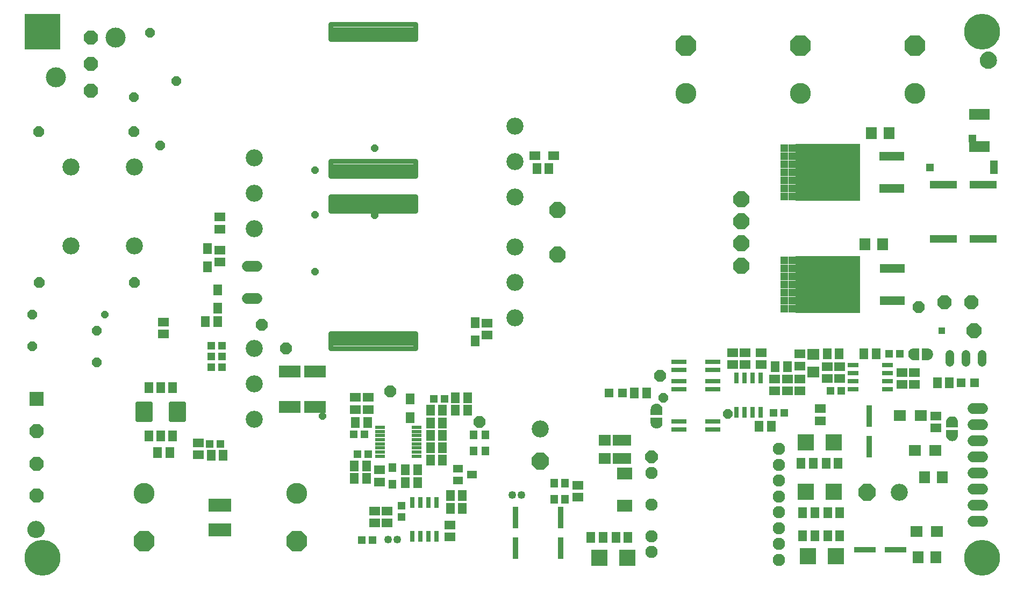
<source format=gts>
G75*
%MOIN*%
%OFA0B0*%
%FSLAX25Y25*%
%IPPOS*%
%LPD*%
%AMOC8*
5,1,8,0,0,1.08239X$1,22.5*
%
%ADD10C,0.10600*%
%ADD11OC8,0.06600*%
%ADD12OC8,0.08868*%
%ADD13C,0.12411*%
%ADD14OC8,0.06000*%
%ADD15R,0.08868X0.08868*%
%ADD16C,0.00500*%
%ADD17R,0.06200X0.02000*%
%ADD18R,0.05718X0.06506*%
%ADD19R,0.04931X0.04537*%
%ADD20R,0.06506X0.05718*%
%ADD21R,0.05324X0.06506*%
%ADD22C,0.06600*%
%ADD23R,0.06506X0.05324*%
%ADD24R,0.13198X0.07687*%
%ADD25C,0.03103*%
%ADD26R,0.15167X0.05718*%
%ADD27R,0.40364X0.35639*%
%ADD28R,0.06899X0.07687*%
%ADD29R,0.09261X0.02962*%
%ADD30C,0.12962*%
%ADD31OC8,0.12962*%
%ADD32OC8,0.09200*%
%ADD33R,0.04143X0.04143*%
%ADD34OC8,0.07096*%
%ADD35R,0.07490X0.06506*%
%ADD36R,0.10049X0.10049*%
%ADD37R,0.03600X0.13400*%
%ADD38R,0.13400X0.03600*%
%ADD39R,0.05324X0.05324*%
%ADD40R,0.09261X0.07687*%
%ADD41R,0.11230X0.06899*%
%ADD42OC8,0.10600*%
%ADD43R,0.04537X0.05324*%
%ADD44C,0.07687*%
%ADD45OC8,0.07687*%
%ADD46R,0.07698X0.06899*%
%ADD47R,0.06702X0.02962*%
%ADD48R,0.02962X0.06702*%
%ADD49R,0.07687X0.06899*%
%ADD50R,0.12600X0.06600*%
%ADD51R,0.16600X0.04900*%
%ADD52OC8,0.09899*%
%ADD53R,0.05600X0.06600*%
%ADD54C,0.02650*%
%ADD55C,0.00100*%
%ADD56R,0.13986X0.08080*%
%ADD57C,0.04931*%
%ADD58R,0.04537X0.04931*%
%ADD59R,0.06112X0.04537*%
%ADD60C,0.05400*%
%ADD61OC8,0.04562*%
%ADD62R,0.22254X0.22254*%
%ADD63R,0.04562X0.04562*%
%ADD64C,0.22254*%
D10*
X0175085Y0112890D03*
X0175085Y0134890D03*
X0175085Y0156890D03*
X0100563Y0220378D03*
X0061193Y0220378D03*
X0061193Y0269591D03*
X0100563Y0269591D03*
X0175085Y0275000D03*
X0175085Y0253000D03*
X0175085Y0231000D03*
X0336503Y0219882D03*
X0336503Y0197882D03*
X0336503Y0175882D03*
X0352227Y0106843D03*
X0574977Y0067343D03*
X0336503Y0250685D03*
X0336503Y0272685D03*
X0336503Y0294685D03*
D11*
X0100328Y0291585D03*
X0041328Y0291585D03*
X0041578Y0197635D03*
X0100578Y0197635D03*
D12*
X0039963Y0105520D03*
X0039963Y0085020D03*
X0039963Y0065520D03*
X0073683Y0316752D03*
X0073683Y0333287D03*
X0073683Y0349823D03*
X0602959Y0185593D03*
X0619495Y0185593D03*
D13*
X0088841Y0349823D03*
X0051833Y0325020D03*
D14*
X0100278Y0312835D03*
X0126426Y0322850D03*
X0110278Y0352835D03*
X0116426Y0282850D03*
X0037227Y0177843D03*
X0037227Y0158093D03*
X0077227Y0167843D03*
X0077227Y0148093D03*
X0428727Y0126093D03*
X0468727Y0116093D03*
D15*
X0039963Y0125520D03*
D16*
X0039570Y0049339D02*
X0038701Y0049263D01*
X0037859Y0049037D01*
X0037070Y0048669D01*
X0036356Y0048169D01*
X0035739Y0047553D01*
X0035239Y0046839D01*
X0034871Y0046049D01*
X0034646Y0045207D01*
X0034570Y0044339D01*
X0034646Y0043470D01*
X0034871Y0042628D01*
X0035239Y0041839D01*
X0035739Y0041125D01*
X0036356Y0040508D01*
X0037070Y0040008D01*
X0037859Y0039640D01*
X0038701Y0039415D01*
X0039570Y0039339D01*
X0040438Y0039415D01*
X0041280Y0039640D01*
X0042070Y0040008D01*
X0042783Y0040508D01*
X0043400Y0041125D01*
X0043900Y0041839D01*
X0044268Y0042628D01*
X0044494Y0043470D01*
X0044570Y0044339D01*
X0044494Y0045207D01*
X0044268Y0046049D01*
X0043900Y0046839D01*
X0043400Y0047553D01*
X0042783Y0048169D01*
X0042070Y0048669D01*
X0041280Y0049037D01*
X0040438Y0049263D01*
X0039570Y0049339D01*
X0040545Y0049234D02*
X0038594Y0049234D01*
X0037212Y0048735D02*
X0041927Y0048735D01*
X0042686Y0048237D02*
X0036453Y0048237D01*
X0035925Y0047738D02*
X0043214Y0047738D01*
X0043619Y0047240D02*
X0035520Y0047240D01*
X0035194Y0046741D02*
X0043945Y0046741D01*
X0044177Y0046243D02*
X0034962Y0046243D01*
X0034790Y0045744D02*
X0044350Y0045744D01*
X0044483Y0045246D02*
X0034656Y0045246D01*
X0034605Y0044747D02*
X0044534Y0044747D01*
X0044562Y0044249D02*
X0034577Y0044249D01*
X0034621Y0043750D02*
X0044518Y0043750D01*
X0044435Y0043252D02*
X0034704Y0043252D01*
X0034838Y0042753D02*
X0044301Y0042753D01*
X0044094Y0042255D02*
X0035045Y0042255D01*
X0035297Y0041756D02*
X0043842Y0041756D01*
X0043493Y0041258D02*
X0035646Y0041258D01*
X0036105Y0040759D02*
X0043034Y0040759D01*
X0042430Y0040261D02*
X0036709Y0040261D01*
X0037598Y0039762D02*
X0041541Y0039762D01*
X0625791Y0333177D02*
X0625422Y0333967D01*
X0625197Y0334809D01*
X0625121Y0335677D01*
X0625197Y0336545D01*
X0625422Y0337387D01*
X0625791Y0338177D01*
X0626291Y0338891D01*
X0626907Y0339507D01*
X0627621Y0340007D01*
X0628411Y0340376D01*
X0629252Y0340601D01*
X0630121Y0340677D01*
X0630989Y0340601D01*
X0631831Y0340376D01*
X0632621Y0340007D01*
X0633335Y0339507D01*
X0633951Y0338891D01*
X0634451Y0338177D01*
X0634819Y0337387D01*
X0635045Y0336545D01*
X0635121Y0335677D01*
X0635045Y0334809D01*
X0634819Y0333967D01*
X0634451Y0333177D01*
X0633951Y0332463D01*
X0633335Y0331847D01*
X0632621Y0331347D01*
X0631831Y0330979D01*
X0630989Y0330753D01*
X0630121Y0330677D01*
X0629252Y0330753D01*
X0628411Y0330979D01*
X0627621Y0331347D01*
X0626907Y0331847D01*
X0626291Y0332463D01*
X0625791Y0333177D01*
X0625694Y0333385D02*
X0634548Y0333385D01*
X0634780Y0333884D02*
X0625461Y0333884D01*
X0625311Y0334382D02*
X0634930Y0334382D01*
X0635051Y0334881D02*
X0625190Y0334881D01*
X0625147Y0335379D02*
X0635095Y0335379D01*
X0635103Y0335878D02*
X0625138Y0335878D01*
X0625182Y0336376D02*
X0635060Y0336376D01*
X0634956Y0336875D02*
X0625285Y0336875D01*
X0625419Y0337373D02*
X0634823Y0337373D01*
X0634593Y0337872D02*
X0625648Y0337872D01*
X0625926Y0338370D02*
X0634316Y0338370D01*
X0633966Y0338869D02*
X0626275Y0338869D01*
X0626767Y0339367D02*
X0633475Y0339367D01*
X0632823Y0339866D02*
X0627419Y0339866D01*
X0628387Y0340364D02*
X0631855Y0340364D01*
X0634248Y0332887D02*
X0625994Y0332887D01*
X0626365Y0332388D02*
X0633876Y0332388D01*
X0633377Y0331890D02*
X0626864Y0331890D01*
X0627558Y0331391D02*
X0632684Y0331391D01*
X0631510Y0330893D02*
X0628731Y0330893D01*
D17*
X0275427Y0107799D03*
X0275427Y0105240D03*
X0275427Y0102681D03*
X0275427Y0100122D03*
X0275427Y0097563D03*
X0275427Y0095004D03*
X0275427Y0092445D03*
X0275427Y0089886D03*
X0253027Y0089886D03*
X0253027Y0092445D03*
X0253027Y0095004D03*
X0253027Y0097563D03*
X0253027Y0100122D03*
X0253027Y0102681D03*
X0253027Y0105240D03*
X0253027Y0107799D03*
D18*
X0245217Y0110843D03*
X0237737Y0110843D03*
X0236987Y0083843D03*
X0244467Y0083843D03*
X0244467Y0076093D03*
X0236987Y0076093D03*
X0268737Y0073593D03*
X0276217Y0073593D03*
X0276217Y0081343D03*
X0268737Y0081343D03*
X0284237Y0087343D03*
X0291717Y0087343D03*
X0291717Y0095093D03*
X0284237Y0095093D03*
X0284237Y0102843D03*
X0291717Y0102843D03*
X0291717Y0110593D03*
X0284237Y0110593D03*
X0284237Y0118343D03*
X0291717Y0118343D03*
X0299737Y0118343D03*
X0307217Y0118343D03*
X0307217Y0126093D03*
X0299737Y0126093D03*
X0296487Y0065343D03*
X0303967Y0065343D03*
X0303967Y0057593D03*
X0296487Y0057593D03*
X0383737Y0039343D03*
X0391217Y0039343D03*
X0399237Y0039343D03*
X0406717Y0039343D03*
X0514987Y0040343D03*
X0522467Y0040343D03*
X0530487Y0040343D03*
X0537967Y0040343D03*
X0537967Y0054843D03*
X0530487Y0054843D03*
X0522467Y0054843D03*
X0514987Y0054843D03*
X0513987Y0085593D03*
X0521467Y0085593D03*
X0529487Y0085593D03*
X0536967Y0085593D03*
X0495467Y0108593D03*
X0487987Y0108593D03*
X0497987Y0145593D03*
X0505467Y0145593D03*
X0530237Y0153593D03*
X0537717Y0153593D03*
X0552987Y0153593D03*
X0560467Y0153593D03*
X0598487Y0135593D03*
X0605967Y0135593D03*
X0418217Y0129093D03*
X0410737Y0129093D03*
X0357717Y0268593D03*
X0350237Y0268593D03*
X0152217Y0173593D03*
X0144737Y0173593D03*
X0122467Y0092193D03*
X0114987Y0092193D03*
X0148237Y0090343D03*
X0155717Y0090343D03*
D19*
X0153823Y0097593D03*
X0147131Y0097593D03*
X0148131Y0145093D03*
X0154823Y0145093D03*
X0154823Y0151843D03*
X0148131Y0151843D03*
X0148131Y0158593D03*
X0154823Y0158593D03*
X0236631Y0103593D03*
X0243323Y0103593D03*
X0245573Y0091093D03*
X0238881Y0091093D03*
X0286131Y0125593D03*
X0292823Y0125593D03*
X0248323Y0037843D03*
X0241631Y0037843D03*
X0496881Y0116843D03*
X0503573Y0116843D03*
X0532131Y0130593D03*
X0538823Y0130593D03*
X0568631Y0153593D03*
X0575323Y0153593D03*
D20*
X0576477Y0141833D03*
X0584227Y0141833D03*
X0584227Y0134352D03*
X0576477Y0134352D03*
X0597477Y0114833D03*
X0597477Y0107352D03*
X0537977Y0138102D03*
X0530227Y0138102D03*
X0530227Y0145583D03*
X0537977Y0145583D03*
X0513227Y0145852D03*
X0513227Y0153333D03*
X0489227Y0154083D03*
X0489227Y0146602D03*
X0479227Y0146602D03*
X0471477Y0146602D03*
X0471477Y0154083D03*
X0479227Y0154083D03*
X0497727Y0137833D03*
X0505477Y0137833D03*
X0513227Y0137833D03*
X0513227Y0130352D03*
X0505477Y0130352D03*
X0497727Y0130352D03*
X0525977Y0119333D03*
X0525977Y0111852D03*
X0375727Y0071833D03*
X0375727Y0064352D03*
X0296227Y0047083D03*
X0296227Y0039602D03*
X0257227Y0048352D03*
X0257227Y0055833D03*
X0249477Y0055833D03*
X0249477Y0048352D03*
X0252477Y0073852D03*
X0252477Y0081333D03*
X0245477Y0118852D03*
X0237727Y0118852D03*
X0237727Y0126333D03*
X0245477Y0126333D03*
X0319227Y0165102D03*
X0319227Y0172583D03*
X0153477Y0210352D03*
X0153477Y0217833D03*
X0153477Y0230852D03*
X0153477Y0238333D03*
X0118727Y0173083D03*
X0118727Y0165602D03*
X0140227Y0098083D03*
X0140227Y0090602D03*
D21*
X0271477Y0113884D03*
X0271477Y0125301D03*
X0311977Y0161384D03*
X0311977Y0172801D03*
X0152227Y0181634D03*
X0152227Y0193051D03*
X0145977Y0207384D03*
X0145977Y0218801D03*
D22*
X0170585Y0207882D02*
X0176585Y0207882D01*
X0176585Y0187882D02*
X0170585Y0187882D01*
X0620727Y0119593D02*
X0626727Y0119593D01*
X0626727Y0109593D02*
X0620727Y0109593D01*
X0620727Y0099593D02*
X0626727Y0099593D01*
X0626727Y0089593D02*
X0620727Y0089593D01*
X0620727Y0079593D02*
X0626727Y0079593D01*
X0626727Y0069593D02*
X0620727Y0069593D01*
X0620727Y0059593D02*
X0626727Y0059593D01*
X0626727Y0049593D02*
X0620727Y0049593D01*
D23*
X0360436Y0276343D03*
X0349018Y0276343D03*
D24*
X0212727Y0142366D03*
X0196977Y0142366D03*
X0196977Y0120319D03*
X0212727Y0120319D03*
D25*
X0222419Y0156919D02*
X0275035Y0156919D01*
X0222419Y0156919D02*
X0222419Y0166227D01*
X0275035Y0166227D01*
X0275035Y0156919D01*
X0275035Y0160021D02*
X0222419Y0160021D01*
X0222419Y0163123D02*
X0275035Y0163123D01*
X0275035Y0166225D02*
X0222419Y0166225D01*
X0222419Y0241958D02*
X0275035Y0241958D01*
X0222419Y0241958D02*
X0222419Y0251266D01*
X0275035Y0251266D01*
X0275035Y0241958D01*
X0275035Y0245060D02*
X0222419Y0245060D01*
X0222419Y0248162D02*
X0275035Y0248162D01*
X0275035Y0251264D02*
X0222419Y0251264D01*
X0222419Y0272977D02*
X0275035Y0272977D01*
X0275035Y0263669D01*
X0222419Y0263669D01*
X0222419Y0272977D01*
X0222419Y0266771D02*
X0275035Y0266771D01*
X0275035Y0269873D02*
X0222419Y0269873D01*
X0222419Y0272975D02*
X0275035Y0272975D01*
X0275035Y0358016D02*
X0222419Y0358016D01*
X0275035Y0358016D02*
X0275035Y0348708D01*
X0222419Y0348708D01*
X0222419Y0358016D01*
X0222419Y0351810D02*
X0275035Y0351810D01*
X0275035Y0354912D02*
X0222419Y0354912D01*
X0222419Y0358014D02*
X0275035Y0358014D01*
D26*
X0570211Y0276093D03*
X0570211Y0256093D03*
X0570461Y0206343D03*
X0570461Y0186343D03*
D27*
X0530698Y0196343D03*
X0530448Y0266093D03*
D28*
X0557465Y0290343D03*
X0568489Y0290343D03*
X0564739Y0221593D03*
X0553715Y0221593D03*
X0590715Y0076843D03*
X0601739Y0076843D03*
X0597739Y0027093D03*
X0586715Y0027093D03*
D29*
X0459357Y0106343D03*
X0459357Y0111343D03*
X0438097Y0111343D03*
X0438097Y0106343D03*
X0438097Y0131343D03*
X0438097Y0136343D03*
X0438097Y0143593D03*
X0438097Y0148593D03*
X0459357Y0148593D03*
X0459357Y0143593D03*
X0459357Y0136343D03*
X0459357Y0131343D03*
D30*
X0201227Y0066606D03*
X0106727Y0066606D03*
X0442477Y0315079D03*
X0513477Y0315079D03*
X0584477Y0315079D03*
D31*
X0584477Y0344606D03*
X0513477Y0344606D03*
X0442477Y0344606D03*
X0201227Y0037079D03*
X0106727Y0037079D03*
D32*
X0621227Y0167843D03*
D33*
X0601227Y0167843D03*
D34*
X0586977Y0182343D03*
X0426727Y0139843D03*
X0314727Y0111093D03*
X0259227Y0130093D03*
X0194727Y0156843D03*
X0179469Y0171291D03*
D35*
X0575325Y0115093D03*
X0588125Y0115093D03*
X0584575Y0093343D03*
X0597375Y0093343D03*
X0598375Y0043093D03*
X0585575Y0043093D03*
D36*
X0535638Y0027843D03*
X0518316Y0027843D03*
X0517066Y0067843D03*
X0534388Y0067843D03*
X0534388Y0098343D03*
X0517066Y0098343D03*
X0406388Y0026843D03*
X0389066Y0026843D03*
D37*
X0364977Y0032843D03*
X0336977Y0032843D03*
X0336977Y0051843D03*
X0364977Y0051843D03*
X0556227Y0095843D03*
X0556227Y0114843D03*
D38*
X0553477Y0031843D03*
X0572477Y0031843D03*
D39*
X0613343Y0135593D03*
X0621611Y0135593D03*
X0403111Y0129093D03*
X0394843Y0129093D03*
D40*
X0404477Y0079132D03*
X0404477Y0059053D03*
D41*
X0402977Y0088581D03*
X0402977Y0099604D03*
D42*
X0352227Y0086843D03*
X0554977Y0067343D03*
D43*
X0367727Y0062974D03*
X0360977Y0062974D03*
X0360977Y0073211D03*
X0367727Y0073211D03*
X0318227Y0092974D03*
X0310977Y0092974D03*
X0310977Y0103211D03*
X0318227Y0103211D03*
X0260477Y0082711D03*
X0260477Y0072474D03*
D44*
X0421357Y0079578D03*
X0421357Y0059893D03*
X0421357Y0040207D03*
X0421357Y0030365D03*
X0500097Y0035286D03*
X0500097Y0025444D03*
X0500097Y0045129D03*
X0500097Y0054971D03*
X0500097Y0064814D03*
X0500097Y0074656D03*
X0500097Y0084499D03*
X0500097Y0094341D03*
D45*
X0421357Y0089420D03*
D46*
X0392227Y0088494D03*
X0392227Y0099691D03*
D47*
X0546347Y0131323D03*
X0546347Y0136323D03*
X0546347Y0141323D03*
X0546347Y0146323D03*
X0567607Y0146323D03*
X0567607Y0141323D03*
X0567607Y0136323D03*
X0567607Y0131323D03*
D48*
X0488957Y0138472D03*
X0483957Y0138472D03*
X0478957Y0138472D03*
X0473957Y0138472D03*
X0473957Y0117213D03*
X0478957Y0117213D03*
X0483957Y0117213D03*
X0488957Y0117213D03*
X0287997Y0061222D03*
X0282997Y0061222D03*
X0277997Y0061222D03*
X0272997Y0061222D03*
X0272997Y0039963D03*
X0277997Y0039963D03*
X0282997Y0039963D03*
X0287997Y0039963D03*
D49*
X0521727Y0142081D03*
X0521727Y0153104D03*
D50*
X0624727Y0282193D03*
X0624727Y0301993D03*
D51*
X0626777Y0258343D03*
X0602177Y0258343D03*
X0602177Y0224843D03*
X0626777Y0224843D03*
D52*
X0477014Y0222016D03*
X0477014Y0208236D03*
X0477014Y0235795D03*
X0477014Y0249575D03*
X0362841Y0242685D03*
X0362841Y0215126D03*
D53*
X0124277Y0132343D03*
X0116977Y0132343D03*
X0109677Y0132343D03*
X0109677Y0102343D03*
X0116977Y0102343D03*
X0124277Y0102343D03*
D54*
X0123302Y0112368D02*
X0131252Y0112368D01*
X0123302Y0112368D02*
X0123302Y0122318D01*
X0131252Y0122318D01*
X0131252Y0112368D01*
X0131252Y0115017D02*
X0123302Y0115017D01*
X0123302Y0117666D02*
X0131252Y0117666D01*
X0131252Y0120315D02*
X0123302Y0120315D01*
X0110652Y0112368D02*
X0102702Y0112368D01*
X0102702Y0122318D01*
X0110652Y0122318D01*
X0110652Y0112368D01*
X0110652Y0115017D02*
X0102702Y0115017D01*
X0102702Y0117666D02*
X0110652Y0117666D01*
X0110652Y0120315D02*
X0102702Y0120315D01*
D55*
X0420727Y0118841D02*
X0427727Y0118841D01*
X0427727Y0118843D02*
X0427660Y0119525D01*
X0427461Y0120182D01*
X0427137Y0120787D01*
X0426702Y0121317D01*
X0426172Y0121753D01*
X0425566Y0122076D01*
X0424910Y0122275D01*
X0424227Y0122343D01*
X0423544Y0122275D01*
X0422888Y0122076D01*
X0422283Y0121753D01*
X0421752Y0121317D01*
X0421317Y0120787D01*
X0420993Y0120182D01*
X0420794Y0119525D01*
X0420727Y0118843D01*
X0420727Y0115843D01*
X0427727Y0115843D01*
X0427727Y0118843D01*
X0427718Y0118939D02*
X0420737Y0118939D01*
X0420746Y0119038D02*
X0427708Y0119038D01*
X0427698Y0119136D02*
X0420756Y0119136D01*
X0420766Y0119235D02*
X0427688Y0119235D01*
X0427679Y0119333D02*
X0420775Y0119333D01*
X0420785Y0119432D02*
X0427669Y0119432D01*
X0427658Y0119530D02*
X0420796Y0119530D01*
X0420826Y0119629D02*
X0427628Y0119629D01*
X0427599Y0119727D02*
X0420856Y0119727D01*
X0420885Y0119826D02*
X0427569Y0119826D01*
X0427539Y0119924D02*
X0420915Y0119924D01*
X0420945Y0120023D02*
X0427509Y0120023D01*
X0427479Y0120121D02*
X0420975Y0120121D01*
X0421014Y0120220D02*
X0427440Y0120220D01*
X0427388Y0120318D02*
X0421066Y0120318D01*
X0421119Y0120417D02*
X0427335Y0120417D01*
X0427282Y0120515D02*
X0421172Y0120515D01*
X0421224Y0120614D02*
X0427230Y0120614D01*
X0427177Y0120712D02*
X0421277Y0120712D01*
X0421337Y0120811D02*
X0427118Y0120811D01*
X0427037Y0120909D02*
X0421417Y0120909D01*
X0421498Y0121008D02*
X0426956Y0121008D01*
X0426875Y0121106D02*
X0421579Y0121106D01*
X0421660Y0121205D02*
X0426794Y0121205D01*
X0426713Y0121303D02*
X0421741Y0121303D01*
X0421855Y0121402D02*
X0426599Y0121402D01*
X0426479Y0121501D02*
X0421975Y0121501D01*
X0422095Y0121599D02*
X0426359Y0121599D01*
X0426239Y0121698D02*
X0422215Y0121698D01*
X0422364Y0121796D02*
X0426090Y0121796D01*
X0425906Y0121895D02*
X0422548Y0121895D01*
X0422732Y0121993D02*
X0425722Y0121993D01*
X0425515Y0122092D02*
X0422939Y0122092D01*
X0423263Y0122190D02*
X0425191Y0122190D01*
X0424775Y0122289D02*
X0423680Y0122289D01*
X0420727Y0118742D02*
X0427727Y0118742D01*
X0427727Y0118644D02*
X0420727Y0118644D01*
X0420727Y0118545D02*
X0427727Y0118545D01*
X0427727Y0118447D02*
X0420727Y0118447D01*
X0420727Y0118348D02*
X0427727Y0118348D01*
X0427727Y0118250D02*
X0420727Y0118250D01*
X0420727Y0118151D02*
X0427727Y0118151D01*
X0427727Y0118053D02*
X0420727Y0118053D01*
X0420727Y0117954D02*
X0427727Y0117954D01*
X0427727Y0117856D02*
X0420727Y0117856D01*
X0420727Y0117757D02*
X0427727Y0117757D01*
X0427727Y0117659D02*
X0420727Y0117659D01*
X0420727Y0117560D02*
X0427727Y0117560D01*
X0427727Y0117462D02*
X0420727Y0117462D01*
X0420727Y0117363D02*
X0427727Y0117363D01*
X0427727Y0117265D02*
X0420727Y0117265D01*
X0420727Y0117166D02*
X0427727Y0117166D01*
X0427727Y0117067D02*
X0420727Y0117067D01*
X0420727Y0116969D02*
X0427727Y0116969D01*
X0427727Y0116870D02*
X0420727Y0116870D01*
X0420727Y0116772D02*
X0427727Y0116772D01*
X0427727Y0116673D02*
X0420727Y0116673D01*
X0420727Y0116575D02*
X0427727Y0116575D01*
X0427727Y0116476D02*
X0420727Y0116476D01*
X0420727Y0116378D02*
X0427727Y0116378D01*
X0427727Y0116279D02*
X0420727Y0116279D01*
X0420727Y0116181D02*
X0427727Y0116181D01*
X0427727Y0116082D02*
X0420727Y0116082D01*
X0420727Y0115984D02*
X0427727Y0115984D01*
X0427727Y0115885D02*
X0420727Y0115885D01*
X0420727Y0113843D02*
X0427727Y0113843D01*
X0427727Y0110843D01*
X0427660Y0110160D01*
X0427461Y0109503D01*
X0427137Y0108898D01*
X0426702Y0108368D01*
X0426172Y0107932D01*
X0425566Y0107609D01*
X0424910Y0107410D01*
X0424227Y0107343D01*
X0423544Y0107410D01*
X0422888Y0107609D01*
X0422283Y0107932D01*
X0421752Y0108368D01*
X0421317Y0108898D01*
X0420993Y0109503D01*
X0420794Y0110160D01*
X0420727Y0110843D01*
X0420727Y0113843D01*
X0420727Y0113817D02*
X0427727Y0113817D01*
X0427727Y0113718D02*
X0420727Y0113718D01*
X0420727Y0113620D02*
X0427727Y0113620D01*
X0427727Y0113521D02*
X0420727Y0113521D01*
X0420727Y0113423D02*
X0427727Y0113423D01*
X0427727Y0113324D02*
X0420727Y0113324D01*
X0420727Y0113226D02*
X0427727Y0113226D01*
X0427727Y0113127D02*
X0420727Y0113127D01*
X0420727Y0113029D02*
X0427727Y0113029D01*
X0427727Y0112930D02*
X0420727Y0112930D01*
X0420727Y0112832D02*
X0427727Y0112832D01*
X0427727Y0112733D02*
X0420727Y0112733D01*
X0420727Y0112634D02*
X0427727Y0112634D01*
X0427727Y0112536D02*
X0420727Y0112536D01*
X0420727Y0112437D02*
X0427727Y0112437D01*
X0427727Y0112339D02*
X0420727Y0112339D01*
X0420727Y0112240D02*
X0427727Y0112240D01*
X0427727Y0112142D02*
X0420727Y0112142D01*
X0420727Y0112043D02*
X0427727Y0112043D01*
X0427727Y0111945D02*
X0420727Y0111945D01*
X0420727Y0111846D02*
X0427727Y0111846D01*
X0427727Y0111748D02*
X0420727Y0111748D01*
X0420727Y0111649D02*
X0427727Y0111649D01*
X0427727Y0111551D02*
X0420727Y0111551D01*
X0420727Y0111452D02*
X0427727Y0111452D01*
X0427727Y0111354D02*
X0420727Y0111354D01*
X0420727Y0111255D02*
X0427727Y0111255D01*
X0427727Y0111157D02*
X0420727Y0111157D01*
X0420727Y0111058D02*
X0427727Y0111058D01*
X0427727Y0110960D02*
X0420727Y0110960D01*
X0420727Y0110861D02*
X0427727Y0110861D01*
X0427719Y0110763D02*
X0420735Y0110763D01*
X0420745Y0110664D02*
X0427709Y0110664D01*
X0427700Y0110566D02*
X0420754Y0110566D01*
X0420764Y0110467D02*
X0427690Y0110467D01*
X0427680Y0110369D02*
X0420774Y0110369D01*
X0420783Y0110270D02*
X0427671Y0110270D01*
X0427661Y0110172D02*
X0420793Y0110172D01*
X0420821Y0110073D02*
X0427634Y0110073D01*
X0427604Y0109975D02*
X0420850Y0109975D01*
X0420880Y0109876D02*
X0427574Y0109876D01*
X0427544Y0109778D02*
X0420910Y0109778D01*
X0420940Y0109679D02*
X0427514Y0109679D01*
X0427484Y0109581D02*
X0420970Y0109581D01*
X0421005Y0109482D02*
X0427449Y0109482D01*
X0427397Y0109384D02*
X0421057Y0109384D01*
X0421110Y0109285D02*
X0427344Y0109285D01*
X0427291Y0109187D02*
X0421163Y0109187D01*
X0421215Y0109088D02*
X0427239Y0109088D01*
X0427186Y0108990D02*
X0421268Y0108990D01*
X0421323Y0108891D02*
X0427131Y0108891D01*
X0427051Y0108793D02*
X0421403Y0108793D01*
X0421484Y0108694D02*
X0426970Y0108694D01*
X0426889Y0108596D02*
X0421565Y0108596D01*
X0421646Y0108497D02*
X0426808Y0108497D01*
X0426727Y0108398D02*
X0421727Y0108398D01*
X0421835Y0108300D02*
X0426619Y0108300D01*
X0426499Y0108201D02*
X0421955Y0108201D01*
X0422075Y0108103D02*
X0426379Y0108103D01*
X0426259Y0108004D02*
X0422195Y0108004D01*
X0422332Y0107906D02*
X0426122Y0107906D01*
X0425938Y0107807D02*
X0422516Y0107807D01*
X0422701Y0107709D02*
X0425753Y0107709D01*
X0425569Y0107610D02*
X0422885Y0107610D01*
X0423208Y0107512D02*
X0425247Y0107512D01*
X0424922Y0107413D02*
X0423532Y0107413D01*
X0580544Y0152660D02*
X0580743Y0152003D01*
X0581067Y0151398D01*
X0581502Y0150868D01*
X0582033Y0150432D01*
X0582638Y0150109D01*
X0583294Y0149910D01*
X0583977Y0149843D01*
X0586977Y0149843D01*
X0586977Y0156843D01*
X0583977Y0156843D01*
X0583294Y0156775D01*
X0582638Y0156576D01*
X0582033Y0156253D01*
X0581502Y0155817D01*
X0581067Y0155287D01*
X0580743Y0154682D01*
X0580544Y0154025D01*
X0580477Y0153343D01*
X0580544Y0152660D01*
X0580553Y0152630D02*
X0586977Y0152630D01*
X0586977Y0152532D02*
X0580583Y0152532D01*
X0580613Y0152433D02*
X0586977Y0152433D01*
X0586977Y0152335D02*
X0580643Y0152335D01*
X0580673Y0152236D02*
X0586977Y0152236D01*
X0586977Y0152138D02*
X0580703Y0152138D01*
X0580733Y0152039D02*
X0586977Y0152039D01*
X0586977Y0151941D02*
X0580777Y0151941D01*
X0580830Y0151842D02*
X0586977Y0151842D01*
X0586977Y0151743D02*
X0580882Y0151743D01*
X0580935Y0151645D02*
X0586977Y0151645D01*
X0586977Y0151546D02*
X0580988Y0151546D01*
X0581040Y0151448D02*
X0586977Y0151448D01*
X0586977Y0151349D02*
X0581107Y0151349D01*
X0581188Y0151251D02*
X0586977Y0151251D01*
X0586977Y0151152D02*
X0581268Y0151152D01*
X0581349Y0151054D02*
X0586977Y0151054D01*
X0586977Y0150955D02*
X0581430Y0150955D01*
X0581515Y0150857D02*
X0586977Y0150857D01*
X0586977Y0150758D02*
X0581635Y0150758D01*
X0581755Y0150660D02*
X0586977Y0150660D01*
X0586977Y0150561D02*
X0581875Y0150561D01*
X0581995Y0150463D02*
X0586977Y0150463D01*
X0586977Y0150364D02*
X0582160Y0150364D01*
X0582344Y0150266D02*
X0586977Y0150266D01*
X0586977Y0150167D02*
X0582528Y0150167D01*
X0582770Y0150069D02*
X0586977Y0150069D01*
X0586977Y0149970D02*
X0583095Y0149970D01*
X0583680Y0149872D02*
X0586977Y0149872D01*
X0588977Y0149872D02*
X0592274Y0149872D01*
X0591977Y0149843D02*
X0592660Y0149910D01*
X0593316Y0150109D01*
X0593922Y0150432D01*
X0594452Y0150868D01*
X0594887Y0151398D01*
X0595211Y0152003D01*
X0595410Y0152660D01*
X0595477Y0153343D01*
X0595410Y0154025D01*
X0595211Y0154682D01*
X0594887Y0155287D01*
X0594452Y0155817D01*
X0593922Y0156253D01*
X0593316Y0156576D01*
X0592660Y0156775D01*
X0591977Y0156843D01*
X0588977Y0156843D01*
X0588977Y0149843D01*
X0591977Y0149843D01*
X0592859Y0149970D02*
X0588977Y0149970D01*
X0588977Y0150069D02*
X0593184Y0150069D01*
X0593426Y0150167D02*
X0588977Y0150167D01*
X0588977Y0150266D02*
X0593610Y0150266D01*
X0593794Y0150364D02*
X0588977Y0150364D01*
X0588977Y0150463D02*
X0593959Y0150463D01*
X0594079Y0150561D02*
X0588977Y0150561D01*
X0588977Y0150660D02*
X0594199Y0150660D01*
X0594319Y0150758D02*
X0588977Y0150758D01*
X0588977Y0150857D02*
X0594439Y0150857D01*
X0594524Y0150955D02*
X0588977Y0150955D01*
X0588977Y0151054D02*
X0594605Y0151054D01*
X0594686Y0151152D02*
X0588977Y0151152D01*
X0588977Y0151251D02*
X0594766Y0151251D01*
X0594847Y0151349D02*
X0588977Y0151349D01*
X0588977Y0151448D02*
X0594914Y0151448D01*
X0594966Y0151546D02*
X0588977Y0151546D01*
X0588977Y0151645D02*
X0595019Y0151645D01*
X0595072Y0151743D02*
X0588977Y0151743D01*
X0588977Y0151842D02*
X0595124Y0151842D01*
X0595177Y0151941D02*
X0588977Y0151941D01*
X0588977Y0152039D02*
X0595221Y0152039D01*
X0595251Y0152138D02*
X0588977Y0152138D01*
X0588977Y0152236D02*
X0595281Y0152236D01*
X0595311Y0152335D02*
X0588977Y0152335D01*
X0588977Y0152433D02*
X0595341Y0152433D01*
X0595371Y0152532D02*
X0588977Y0152532D01*
X0588977Y0152630D02*
X0595401Y0152630D01*
X0595417Y0152729D02*
X0588977Y0152729D01*
X0588977Y0152827D02*
X0595426Y0152827D01*
X0595436Y0152926D02*
X0588977Y0152926D01*
X0588977Y0153024D02*
X0595446Y0153024D01*
X0595455Y0153123D02*
X0588977Y0153123D01*
X0588977Y0153221D02*
X0595465Y0153221D01*
X0595475Y0153320D02*
X0588977Y0153320D01*
X0588977Y0153418D02*
X0595470Y0153418D01*
X0595460Y0153517D02*
X0588977Y0153517D01*
X0588977Y0153615D02*
X0595450Y0153615D01*
X0595440Y0153714D02*
X0588977Y0153714D01*
X0588977Y0153812D02*
X0595431Y0153812D01*
X0595421Y0153911D02*
X0588977Y0153911D01*
X0588977Y0154009D02*
X0595411Y0154009D01*
X0595385Y0154108D02*
X0588977Y0154108D01*
X0588977Y0154206D02*
X0595355Y0154206D01*
X0595325Y0154305D02*
X0588977Y0154305D01*
X0588977Y0154403D02*
X0595295Y0154403D01*
X0595265Y0154502D02*
X0588977Y0154502D01*
X0588977Y0154600D02*
X0595235Y0154600D01*
X0595202Y0154699D02*
X0588977Y0154699D01*
X0588977Y0154797D02*
X0595149Y0154797D01*
X0595096Y0154896D02*
X0588977Y0154896D01*
X0588977Y0154994D02*
X0595044Y0154994D01*
X0594991Y0155093D02*
X0588977Y0155093D01*
X0588977Y0155191D02*
X0594938Y0155191D01*
X0594885Y0155290D02*
X0588977Y0155290D01*
X0588977Y0155388D02*
X0594804Y0155388D01*
X0594723Y0155487D02*
X0588977Y0155487D01*
X0588977Y0155585D02*
X0594642Y0155585D01*
X0594561Y0155684D02*
X0588977Y0155684D01*
X0588977Y0155782D02*
X0594481Y0155782D01*
X0594374Y0155881D02*
X0588977Y0155881D01*
X0588977Y0155979D02*
X0594254Y0155979D01*
X0594134Y0156078D02*
X0588977Y0156078D01*
X0588977Y0156176D02*
X0594014Y0156176D01*
X0593880Y0156275D02*
X0588977Y0156275D01*
X0588977Y0156374D02*
X0593695Y0156374D01*
X0593511Y0156472D02*
X0588977Y0156472D01*
X0588977Y0156571D02*
X0593327Y0156571D01*
X0593010Y0156669D02*
X0588977Y0156669D01*
X0588977Y0156768D02*
X0592685Y0156768D01*
X0586977Y0156768D02*
X0583269Y0156768D01*
X0582944Y0156669D02*
X0586977Y0156669D01*
X0586977Y0156571D02*
X0582627Y0156571D01*
X0582443Y0156472D02*
X0586977Y0156472D01*
X0586977Y0156374D02*
X0582259Y0156374D01*
X0582074Y0156275D02*
X0586977Y0156275D01*
X0586977Y0156176D02*
X0581940Y0156176D01*
X0581820Y0156078D02*
X0586977Y0156078D01*
X0586977Y0155979D02*
X0581700Y0155979D01*
X0581580Y0155881D02*
X0586977Y0155881D01*
X0586977Y0155782D02*
X0581473Y0155782D01*
X0581393Y0155684D02*
X0586977Y0155684D01*
X0586977Y0155585D02*
X0581312Y0155585D01*
X0581231Y0155487D02*
X0586977Y0155487D01*
X0586977Y0155388D02*
X0581150Y0155388D01*
X0581069Y0155290D02*
X0586977Y0155290D01*
X0586977Y0155191D02*
X0581016Y0155191D01*
X0580963Y0155093D02*
X0586977Y0155093D01*
X0586977Y0154994D02*
X0580910Y0154994D01*
X0580858Y0154896D02*
X0586977Y0154896D01*
X0586977Y0154797D02*
X0580805Y0154797D01*
X0580752Y0154699D02*
X0586977Y0154699D01*
X0586977Y0154600D02*
X0580719Y0154600D01*
X0580689Y0154502D02*
X0586977Y0154502D01*
X0586977Y0154403D02*
X0580659Y0154403D01*
X0580629Y0154305D02*
X0586977Y0154305D01*
X0586977Y0154206D02*
X0580599Y0154206D01*
X0580569Y0154108D02*
X0586977Y0154108D01*
X0586977Y0154009D02*
X0580543Y0154009D01*
X0580533Y0153911D02*
X0586977Y0153911D01*
X0586977Y0153812D02*
X0580523Y0153812D01*
X0580514Y0153714D02*
X0586977Y0153714D01*
X0586977Y0153615D02*
X0580504Y0153615D01*
X0580494Y0153517D02*
X0586977Y0153517D01*
X0586977Y0153418D02*
X0580484Y0153418D01*
X0580479Y0153320D02*
X0586977Y0153320D01*
X0586977Y0153221D02*
X0580489Y0153221D01*
X0580499Y0153123D02*
X0586977Y0153123D01*
X0586977Y0153024D02*
X0580508Y0153024D01*
X0580518Y0152926D02*
X0586977Y0152926D01*
X0586977Y0152827D02*
X0580528Y0152827D01*
X0580537Y0152729D02*
X0586977Y0152729D01*
X0606138Y0114326D02*
X0605533Y0114003D01*
X0605002Y0113567D01*
X0604567Y0113037D01*
X0604243Y0112432D01*
X0604044Y0111775D01*
X0603977Y0111093D01*
X0603977Y0108093D01*
X0610977Y0108093D01*
X0610977Y0111093D01*
X0610910Y0111775D01*
X0610711Y0112432D01*
X0610387Y0113037D01*
X0609952Y0113567D01*
X0609422Y0114003D01*
X0608816Y0114326D01*
X0608160Y0114525D01*
X0607477Y0114593D01*
X0606794Y0114525D01*
X0606138Y0114326D01*
X0606106Y0114309D02*
X0608848Y0114309D01*
X0609032Y0114211D02*
X0605922Y0114211D01*
X0605737Y0114112D02*
X0609217Y0114112D01*
X0609401Y0114014D02*
X0605553Y0114014D01*
X0605426Y0113915D02*
X0609528Y0113915D01*
X0609648Y0113817D02*
X0605306Y0113817D01*
X0605186Y0113718D02*
X0609768Y0113718D01*
X0609888Y0113620D02*
X0605066Y0113620D01*
X0604964Y0113521D02*
X0609990Y0113521D01*
X0610071Y0113423D02*
X0604883Y0113423D01*
X0604802Y0113324D02*
X0610152Y0113324D01*
X0610232Y0113226D02*
X0604722Y0113226D01*
X0604641Y0113127D02*
X0610313Y0113127D01*
X0610392Y0113029D02*
X0604562Y0113029D01*
X0604510Y0112930D02*
X0610444Y0112930D01*
X0610497Y0112832D02*
X0604457Y0112832D01*
X0604404Y0112733D02*
X0610550Y0112733D01*
X0610602Y0112634D02*
X0604352Y0112634D01*
X0604299Y0112536D02*
X0610655Y0112536D01*
X0610708Y0112437D02*
X0604246Y0112437D01*
X0604215Y0112339D02*
X0610739Y0112339D01*
X0610769Y0112240D02*
X0604185Y0112240D01*
X0604155Y0112142D02*
X0610799Y0112142D01*
X0610828Y0112043D02*
X0604126Y0112043D01*
X0604096Y0111945D02*
X0610858Y0111945D01*
X0610888Y0111846D02*
X0604066Y0111846D01*
X0604042Y0111748D02*
X0610912Y0111748D01*
X0610922Y0111649D02*
X0604032Y0111649D01*
X0604022Y0111551D02*
X0610932Y0111551D01*
X0610942Y0111452D02*
X0604012Y0111452D01*
X0604003Y0111354D02*
X0610951Y0111354D01*
X0610961Y0111255D02*
X0603993Y0111255D01*
X0603983Y0111157D02*
X0610971Y0111157D01*
X0610977Y0111058D02*
X0603977Y0111058D01*
X0603977Y0110960D02*
X0610977Y0110960D01*
X0610977Y0110861D02*
X0603977Y0110861D01*
X0603977Y0110763D02*
X0610977Y0110763D01*
X0610977Y0110664D02*
X0603977Y0110664D01*
X0603977Y0110566D02*
X0610977Y0110566D01*
X0610977Y0110467D02*
X0603977Y0110467D01*
X0603977Y0110369D02*
X0610977Y0110369D01*
X0610977Y0110270D02*
X0603977Y0110270D01*
X0603977Y0110172D02*
X0610977Y0110172D01*
X0610977Y0110073D02*
X0603977Y0110073D01*
X0603977Y0109975D02*
X0610977Y0109975D01*
X0610977Y0109876D02*
X0603977Y0109876D01*
X0603977Y0109778D02*
X0610977Y0109778D01*
X0610977Y0109679D02*
X0603977Y0109679D01*
X0603977Y0109581D02*
X0610977Y0109581D01*
X0610977Y0109482D02*
X0603977Y0109482D01*
X0603977Y0109384D02*
X0610977Y0109384D01*
X0610977Y0109285D02*
X0603977Y0109285D01*
X0603977Y0109187D02*
X0610977Y0109187D01*
X0610977Y0109088D02*
X0603977Y0109088D01*
X0603977Y0108990D02*
X0610977Y0108990D01*
X0610977Y0108891D02*
X0603977Y0108891D01*
X0603977Y0108793D02*
X0610977Y0108793D01*
X0610977Y0108694D02*
X0603977Y0108694D01*
X0603977Y0108596D02*
X0610977Y0108596D01*
X0610977Y0108497D02*
X0603977Y0108497D01*
X0603977Y0108398D02*
X0610977Y0108398D01*
X0610977Y0108300D02*
X0603977Y0108300D01*
X0603977Y0108201D02*
X0610977Y0108201D01*
X0610977Y0108103D02*
X0603977Y0108103D01*
X0603977Y0106093D02*
X0610977Y0106093D01*
X0610977Y0103093D01*
X0610910Y0102410D01*
X0610711Y0101753D01*
X0610387Y0101148D01*
X0609952Y0100618D01*
X0609422Y0100182D01*
X0608816Y0099859D01*
X0608160Y0099660D01*
X0607477Y0099593D01*
X0606794Y0099660D01*
X0606138Y0099859D01*
X0605533Y0100182D01*
X0605002Y0100618D01*
X0604567Y0101148D01*
X0604243Y0101753D01*
X0604044Y0102410D01*
X0603977Y0103093D01*
X0603977Y0106093D01*
X0603977Y0106034D02*
X0610977Y0106034D01*
X0610977Y0105936D02*
X0603977Y0105936D01*
X0603977Y0105837D02*
X0610977Y0105837D01*
X0610977Y0105739D02*
X0603977Y0105739D01*
X0603977Y0105640D02*
X0610977Y0105640D01*
X0610977Y0105542D02*
X0603977Y0105542D01*
X0603977Y0105443D02*
X0610977Y0105443D01*
X0610977Y0105345D02*
X0603977Y0105345D01*
X0603977Y0105246D02*
X0610977Y0105246D01*
X0610977Y0105148D02*
X0603977Y0105148D01*
X0603977Y0105049D02*
X0610977Y0105049D01*
X0610977Y0104951D02*
X0603977Y0104951D01*
X0603977Y0104852D02*
X0610977Y0104852D01*
X0610977Y0104754D02*
X0603977Y0104754D01*
X0603977Y0104655D02*
X0610977Y0104655D01*
X0610977Y0104557D02*
X0603977Y0104557D01*
X0603977Y0104458D02*
X0610977Y0104458D01*
X0610977Y0104360D02*
X0603977Y0104360D01*
X0603977Y0104261D02*
X0610977Y0104261D01*
X0610977Y0104163D02*
X0603977Y0104163D01*
X0603977Y0104064D02*
X0610977Y0104064D01*
X0610977Y0103965D02*
X0603977Y0103965D01*
X0603977Y0103867D02*
X0610977Y0103867D01*
X0610977Y0103768D02*
X0603977Y0103768D01*
X0603977Y0103670D02*
X0610977Y0103670D01*
X0610977Y0103571D02*
X0603977Y0103571D01*
X0603977Y0103473D02*
X0610977Y0103473D01*
X0610977Y0103374D02*
X0603977Y0103374D01*
X0603977Y0103276D02*
X0610977Y0103276D01*
X0610977Y0103177D02*
X0603977Y0103177D01*
X0603978Y0103079D02*
X0610976Y0103079D01*
X0610966Y0102980D02*
X0603988Y0102980D01*
X0603998Y0102882D02*
X0610956Y0102882D01*
X0610947Y0102783D02*
X0604007Y0102783D01*
X0604017Y0102685D02*
X0610937Y0102685D01*
X0610927Y0102586D02*
X0604027Y0102586D01*
X0604037Y0102488D02*
X0610917Y0102488D01*
X0610904Y0102389D02*
X0604050Y0102389D01*
X0604080Y0102291D02*
X0610874Y0102291D01*
X0610844Y0102192D02*
X0604110Y0102192D01*
X0604140Y0102094D02*
X0610814Y0102094D01*
X0610784Y0101995D02*
X0604170Y0101995D01*
X0604200Y0101897D02*
X0610754Y0101897D01*
X0610724Y0101798D02*
X0604230Y0101798D01*
X0604272Y0101700D02*
X0610682Y0101700D01*
X0610629Y0101601D02*
X0604325Y0101601D01*
X0604377Y0101503D02*
X0610577Y0101503D01*
X0610524Y0101404D02*
X0604430Y0101404D01*
X0604483Y0101306D02*
X0610471Y0101306D01*
X0610419Y0101207D02*
X0604535Y0101207D01*
X0604599Y0101109D02*
X0610355Y0101109D01*
X0610274Y0101010D02*
X0604680Y0101010D01*
X0604761Y0100912D02*
X0610193Y0100912D01*
X0610112Y0100813D02*
X0604842Y0100813D01*
X0604923Y0100715D02*
X0610031Y0100715D01*
X0609950Y0100616D02*
X0605004Y0100616D01*
X0605124Y0100518D02*
X0609830Y0100518D01*
X0609710Y0100419D02*
X0605244Y0100419D01*
X0605364Y0100321D02*
X0609590Y0100321D01*
X0609470Y0100222D02*
X0605484Y0100222D01*
X0605643Y0100124D02*
X0609311Y0100124D01*
X0609127Y0100025D02*
X0605827Y0100025D01*
X0606011Y0099927D02*
X0608943Y0099927D01*
X0608714Y0099828D02*
X0606240Y0099828D01*
X0606564Y0099730D02*
X0608390Y0099730D01*
X0607868Y0099631D02*
X0607086Y0099631D01*
X0606407Y0114408D02*
X0608547Y0114408D01*
X0608223Y0114506D02*
X0606731Y0114506D01*
D56*
X0153477Y0059520D03*
X0153477Y0044165D03*
D57*
X0257774Y0038093D03*
X0263680Y0038093D03*
X0334774Y0065843D03*
X0340680Y0065843D03*
D58*
X0266227Y0058939D03*
X0266227Y0052246D03*
D59*
X0301396Y0074602D03*
X0301396Y0082083D03*
X0310058Y0078343D03*
D60*
X0606227Y0148193D02*
X0606227Y0152993D01*
X0616227Y0152993D02*
X0616227Y0148193D01*
X0626227Y0148193D02*
X0626227Y0152993D01*
D61*
X0249477Y0239593D03*
X0212727Y0239843D03*
X0212727Y0267593D03*
X0249727Y0281093D03*
X0212727Y0204343D03*
X0082227Y0177843D03*
X0217227Y0114843D03*
D62*
X0043507Y0353394D03*
D63*
X0503477Y0281093D03*
X0508477Y0281093D03*
X0508477Y0276093D03*
X0503477Y0276093D03*
X0503477Y0271093D03*
X0508477Y0271093D03*
X0508477Y0266093D03*
X0503477Y0266093D03*
X0503477Y0261093D03*
X0508477Y0261093D03*
X0508477Y0256093D03*
X0503477Y0256093D03*
X0503477Y0251093D03*
X0508477Y0251093D03*
X0508727Y0211343D03*
X0503727Y0211343D03*
X0503727Y0206343D03*
X0508727Y0206343D03*
X0508727Y0201343D03*
X0503727Y0201343D03*
X0503727Y0196343D03*
X0508727Y0196343D03*
X0508727Y0191343D03*
X0503727Y0191343D03*
X0503727Y0186343D03*
X0508727Y0186343D03*
X0508727Y0181343D03*
X0503727Y0181343D03*
X0593977Y0269093D03*
X0620227Y0287093D03*
X0633727Y0271093D03*
X0633727Y0267343D03*
D64*
X0043507Y0026622D03*
X0626184Y0026622D03*
X0626184Y0353394D03*
M02*

</source>
